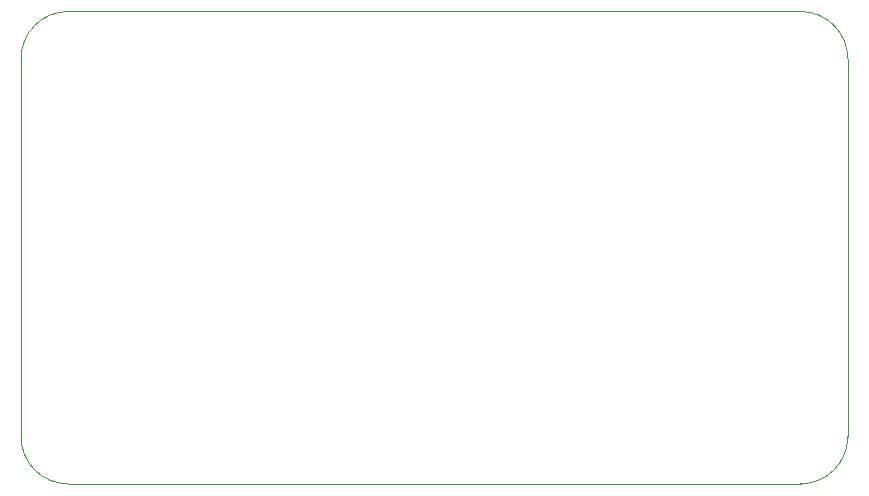
<source format=gm1>
%TF.GenerationSoftware,KiCad,Pcbnew,5.1.12-84ad8e8a86~92~ubuntu20.04.1*%
%TF.CreationDate,2021-12-22T16:18:44+01:00*%
%TF.ProjectId,uHoubolt_PCB_ECU,75486f75-626f-46c7-945f-5043425f4543,rev?*%
%TF.SameCoordinates,PX7270e00PY4c4b400*%
%TF.FileFunction,Profile,NP*%
%FSLAX46Y46*%
G04 Gerber Fmt 4.6, Leading zero omitted, Abs format (unit mm)*
G04 Created by KiCad (PCBNEW 5.1.12-84ad8e8a86~92~ubuntu20.04.1) date 2021-12-22 16:18:44*
%MOMM*%
%LPD*%
G01*
G04 APERTURE LIST*
%TA.AperFunction,Profile*%
%ADD10C,0.050000*%
%TD*%
G04 APERTURE END LIST*
D10*
X66000000Y0D02*
G75*
G02*
X70000000Y-4000000I0J-4000000D01*
G01*
X70000000Y-36000000D02*
G75*
G02*
X66000000Y-40000000I-4000000J0D01*
G01*
X4000000Y-40000000D02*
G75*
G02*
X0Y-36000000I0J4000000D01*
G01*
X0Y-4000000D02*
G75*
G02*
X4000000Y0I4000000J0D01*
G01*
X0Y-36000000D02*
X0Y-4000000D01*
X66000000Y-40000000D02*
X4000000Y-40000000D01*
X70000000Y-4000000D02*
X70000000Y-36000000D01*
X4000000Y0D02*
X66000000Y0D01*
M02*

</source>
